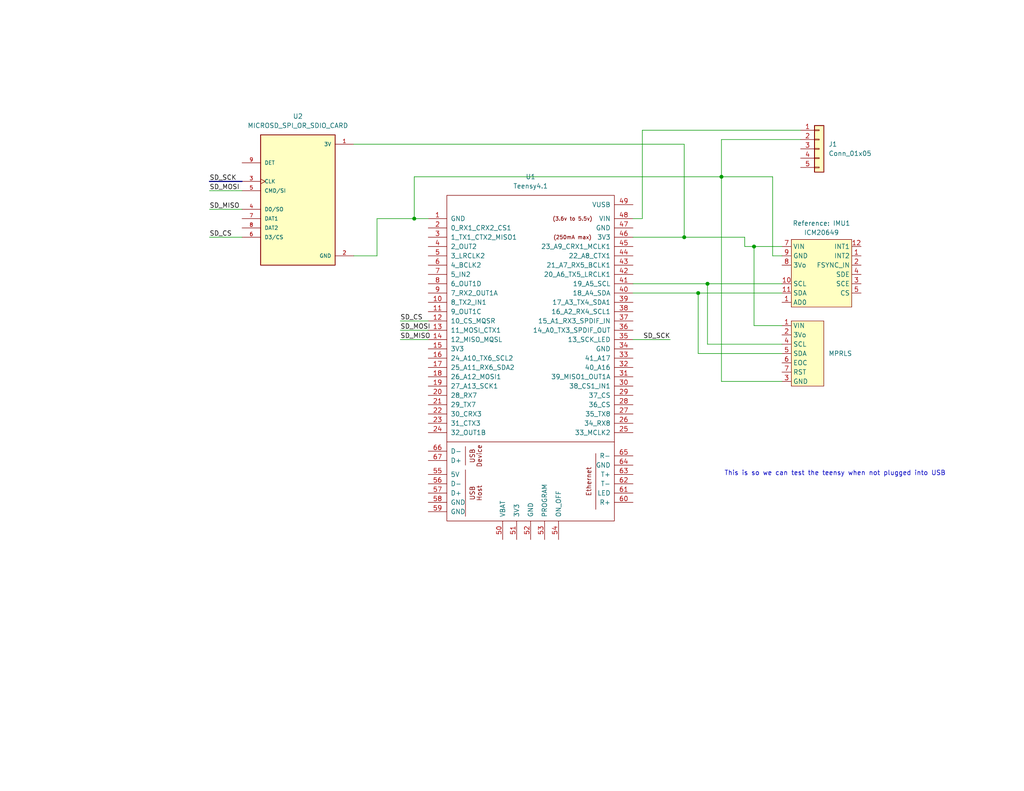
<source format=kicad_sch>
(kicad_sch (version 20250114) (generator "eeschema") (generator_version "9.0")
  (paper "USLetter")
  (title_block (title "PIMU Suite ") (date "2025-10-26") (rev "1") (company "COC RockSat 2026 Team") (comment 1 "Owen Higgins"))
  (lib_symbols
    (symbol "Connector_Generic:Conn_01x05" (pin_names (offset 1.016) (hide yes))
      (property "Reference" "J" (at 0 7.62 0))
      (property "Value" "Conn_01x05" (at 0 -7.62 0))
      (symbol "Conn_01x05_1_1"
        (rectangle (start -1.27 6.35) (end 1.27 -6.35) (stroke (width 0.254)) (fill (type background)))
        (rectangle (start -1.27 5.207) (end 0 4.953) (stroke (width 0.1524)))
        (rectangle (start -1.27 2.667) (end 0 2.413) (stroke (width 0.1524)))
        (rectangle (start -1.27 0.127) (end 0 -0.127) (stroke (width 0.1524)))
        (rectangle (start -1.27 -2.413) (end 0 -2.667) (stroke (width 0.1524)))
        (rectangle (start -1.27 -4.953) (end 0 -5.207) (stroke (width 0.1524)))
        (pin passive line (at -5.08 5.08 0) (length 3.81) (name "Pin_1") (number "1"))
        (pin passive line (at -5.08 2.54 0) (length 3.81) (name "Pin_2") (number "2"))
        (pin passive line (at -5.08 0 0) (length 3.81) (name "Pin_3") (number "3"))
        (pin passive line (at -5.08 -2.54 0) (length 3.81) (name "Pin_4") (number "4"))
        (pin passive line (at -5.08 -5.08 0) (length 3.81) (name "Pin_5") (number "5"))
      )
    )
    (symbol "RSX:ICM20649_Breakout"
      (property "Reference" "IMU" (at 0.762 12.446 0) (show_name))
      (property "Value" "ICM20649" (at 1.016 14.986 0))
      (symbol "ICM20649_Breakout_0_1"
        (rectangle (start -7.62 10.795) (end 8.89 -7.62) (fill (type background)))
      )
      (symbol "ICM20649_Breakout_1_1"
        (pin power_in line (at -10.16 8.89 0) (length 2.54) (name "VIN") (number "7"))
        (pin power_out line (at -10.16 6.35 0) (length 2.54) (name "GND") (number "9"))
        (pin power_out line (at -10.16 3.81 0) (length 2.54) (name "3Vo") (number "8"))
        (pin input line (at -10.16 -1.27 0) (length 2.54) (name "SCL") (number "10"))
        (pin bidirectional line (at -10.16 -3.81 0) (length 2.54) (name "SDA") (number "11"))
        (pin input line (at -10.16 -6.35 0) (length 2.54) (name "AD0") (number "1"))
        (pin output line (at 11.43 8.89 180) (length 2.54) (name "INT1") (number "12"))
        (pin output line (at 11.43 6.35 180) (length 2.54) (name "INT2") (number "1"))
        (pin input line (at 11.43 3.81 180) (length 2.54) (name "FSYNC_IN") (number "2"))
        (pin bidirectional line (at 11.43 1.27 180) (length 2.54) (name "SDE") (number "4"))
        (pin bidirectional line (at 11.43 -1.27 180) (length 2.54) (name "SCE") (number "3"))
        (pin input line (at 11.43 -3.81 180) (length 2.54) (name "CS") (number "5"))
      )
    )
    (symbol "RSX:MICROSD_SPI_OR_SDIO_CARD" (pin_names (offset 1.016))
      (property "Reference" "U" (at -10.16 18.542 0))
      (property "Value" "MICROSD_SPI_OR_SDIO_CARD" (at -10.16 -20.32 0))
      (symbol "MICROSD_SPI_OR_SDIO_CARD_0_0"
        (rectangle (start -10.16 17.78) (end 10.16 -17.78) (stroke (width 0.254)) (fill (type background)))
        (pin input line (at -15.24 10.16 0) (length 5.08) (name "DET") (number "9"))
        (pin input clock (at -15.24 5.08 0) (length 5.08) (name "CLK") (number "3"))
        (pin bidirectional line (at -15.24 2.54 0) (length 5.08) (name "CMD/SI") (number "5"))
        (pin bidirectional line (at -15.24 -2.54 0) (length 5.08) (name "D0/SO") (number "4"))
        (pin bidirectional line (at -15.24 -5.08 0) (length 5.08) (name "DAT1") (number "7"))
        (pin bidirectional line (at -15.24 -7.62 0) (length 5.08) (name "DAT2") (number "8"))
        (pin bidirectional line (at -15.24 -10.16 0) (length 5.08) (name "D3/CS") (number "6"))
        (pin power_in line (at 15.24 15.24 180) (length 5.08) (name "3V") (number "1"))
        (pin power_in line (at 15.24 -15.24 180) (length 5.08) (name "GND") (number "2"))
      )
    )
    (symbol "RSX:MPRLS_Pressure"
      (property "Value" "MPRLS" (at 0.508 10.414 0))
      (symbol "MPRLS_Pressure_0_1"
        (rectangle (start -3.81 8.89) (end 5.08 -8.89) (fill (type background)))
      )
      (symbol "MPRLS_Pressure_1_1"
        (pin power_in line (at -6.35 7.62 0) (length 2.54) (name "VIN") (number "1"))
        (pin power_out line (at -6.35 5.08 0) (length 2.54) (name "3Vo") (number "2"))
        (pin input line (at -6.35 2.54 0) (length 2.54) (name "SCL") (number "4"))
        (pin bidirectional line (at -6.35 0 0) (length 2.54) (name "SDA") (number "5"))
        (pin unspecified line (at -6.35 -2.54 0) (length 2.54) (name "EOC") (number "6"))
        (pin unspecified line (at -6.35 -5.08 0) (length 2.54) (name "RST") (number "7"))
        (pin power_in line (at -6.35 -7.62 0) (length 2.54) (name "GND") (number "3"))
      )
    )
    (symbol "teensy:Teensy4.1" (pin_names (offset 1.016))
      (property "Reference" "U" (at 0 64.77 0))
      (property "Value" "Teensy4.1" (at 0 62.23 0))
      (symbol "Teensy4.1_0_0"
        (polyline (pts (xy -22.86 -6.35) (xy 22.86 -6.35)))
        (polyline (pts (xy -17.78 -7.62) (xy -17.78 -12.7)))
        (polyline (pts (xy -17.78 -26.67) (xy -17.78 -13.97)))
        (polyline (pts (xy 17.78 -9.525) (xy 17.78 -24.765)))
        (text "USB" (at -15.875 -10.16 900) (effects (font (size 1.27 1.27))))
        (text "USB" (at -15.875 -20.32 900) (effects (font (size 1.27 1.27))))
        (text "Device" (at -13.97 -10.16 900) (effects (font (size 1.27 1.27))))
        (text "Host" (at -13.97 -20.32 900) (effects (font (size 1.27 1.27))))
        (text "(3.6v to 5.5v)" (at 11.43 54.61 0) (effects (font (size 1.016 1.016))))
        (text "(250mA max)" (at 11.43 49.53 0) (effects (font (size 1.016 1.016))))
        (text "Ethernet" (at 15.875 -17.145 900) (effects (font (size 1.27 1.27))))
        (pin bidirectional line (at -27.94 44.45 0) (length 5.08) (name "3_LRCLK2") (number "5"))
        (pin bidirectional line (at -27.94 41.91 0) (length 5.08) (name "4_BCLK2") (number "6"))
        (pin bidirectional line (at -27.94 39.37 0) (length 5.08) (name "5_IN2") (number "7"))
        (pin bidirectional line (at -27.94 36.83 0) (length 5.08) (name "6_OUT1D") (number "8"))
        (pin bidirectional line (at -27.94 34.29 0) (length 5.08) (name "7_RX2_OUT1A") (number "9"))
        (pin bidirectional line (at -27.94 31.75 0) (length 5.08) (name "8_TX2_IN1") (number "10"))
        (pin bidirectional line (at -27.94 29.21 0) (length 5.08) (name "9_OUT1C") (number "11"))
        (pin bidirectional line (at -27.94 26.67 0) (length 5.08) (name "10_CS_MQSR") (number "12"))
        (pin bidirectional line (at -27.94 24.13 0) (length 5.08) (name "11_MOSI_CTX1") (number "13"))
        (pin bidirectional line (at -27.94 21.59 0) (length 5.08) (name "12_MISO_MQSL") (number "14"))
        (pin power_in line (at -27.94 19.05 0) (length 5.08) (name "3V3") (number "15"))
        (pin bidirectional line (at -27.94 16.51 0) (length 5.08) (name "24_A10_TX6_SCL2") (number "16"))
        (pin bidirectional line (at -27.94 13.97 0) (length 5.08) (name "25_A11_RX6_SDA2") (number "17"))
        (pin bidirectional line (at -27.94 11.43 0) (length 5.08) (name "26_A12_MOSI1") (number "18"))
        (pin bidirectional line (at -27.94 8.89 0) (length 5.08) (name "27_A13_SCK1") (number "19"))
        (pin bidirectional line (at -27.94 6.35 0) (length 5.08) (name "28_RX7") (number "20"))
        (pin bidirectional line (at -27.94 3.81 0) (length 5.08) (name "29_TX7") (number "21"))
        (pin bidirectional line (at -27.94 1.27 0) (length 5.08) (name "30_CRX3") (number "22"))
        (pin bidirectional line (at -27.94 -1.27 0) (length 5.08) (name "31_CTX3") (number "23"))
        (pin bidirectional line (at -27.94 -3.81 0) (length 5.08) (name "32_OUT1B") (number "24"))
        (pin bidirectional line (at -27.94 -8.89 0) (length 5.08) (name "D-") (number "66"))
        (pin bidirectional line (at -27.94 -11.43 0) (length 5.08) (name "D+") (number "67"))
        (pin power_out line (at -27.94 -15.24 0) (length 5.08) (name "5V") (number "55"))
        (pin bidirectional line (at -27.94 -17.78 0) (length 5.08) (name "D-") (number "56"))
        (pin bidirectional line (at -27.94 -20.32 0) (length 5.08) (name "D+") (number "57"))
        (pin power_in line (at -27.94 -22.86 0) (length 5.08) (name "GND") (number "58"))
        (pin power_in line (at -27.94 -25.4 0) (length 5.08) (name "GND") (number "59"))
        (pin power_in line (at -7.62 -33.02 90) (length 5.08) (name "VBAT") (number "50"))
        (pin power_in line (at -3.81 -33.02 90) (length 5.08) (name "3V3") (number "51"))
        (pin input line (at 0 -33.02 90) (length 5.08) (name "GND") (number "52"))
        (pin input line (at 3.81 -33.02 90) (length 5.08) (name "PROGRAM") (number "53"))
        (pin input line (at 7.62 -33.02 90) (length 5.08) (name "ON_OFF") (number "54"))
        (pin power_out line (at 27.94 58.42 180) (length 5.08) (name "VUSB") (number "49"))
        (pin power_in line (at 27.94 54.61 180) (length 5.08) (name "VIN") (number "48"))
        (pin output line (at 27.94 52.07 180) (length 5.08) (name "GND") (number "47"))
        (pin output line (at 27.94 49.53 180) (length 5.08) (name "3V3") (number "46"))
        (pin bidirectional line (at 27.94 46.99 180) (length 5.08) (name "23_A9_CRX1_MCLK1") (number "45"))
        (pin bidirectional line (at 27.94 44.45 180) (length 5.08) (name "22_A8_CTX1") (number "44"))
        (pin bidirectional line (at 27.94 41.91 180) (length 5.08) (name "21_A7_RX5_BCLK1") (number "43"))
        (pin bidirectional line (at 27.94 39.37 180) (length 5.08) (name "20_A6_TX5_LRCLK1") (number "42"))
        (pin bidirectional line (at 27.94 36.83 180) (length 5.08) (name "19_A5_SCL") (number "41"))
        (pin bidirectional line (at 27.94 34.29 180) (length 5.08) (name "18_A4_SDA") (number "40"))
        (pin bidirectional line (at 27.94 31.75 180) (length 5.08) (name "17_A3_TX4_SDA1") (number "39"))
        (pin bidirectional line (at 27.94 29.21 180) (length 5.08) (name "16_A2_RX4_SCL1") (number "38"))
        (pin bidirectional line (at 27.94 26.67 180) (length 5.08) (name "15_A1_RX3_SPDIF_IN") (number "37"))
        (pin bidirectional line (at 27.94 24.13 180) (length 5.08) (name "14_A0_TX3_SPDIF_OUT") (number "36"))
        (pin bidirectional line (at 27.94 21.59 180) (length 5.08) (name "13_SCK_LED") (number "35"))
        (pin bidirectional line (at 27.94 16.51 180) (length 5.08) (name "41_A17") (number "33"))
        (pin bidirectional line (at 27.94 13.97 180) (length 5.08) (name "40_A16") (number "32"))
        (pin bidirectional line (at 27.94 11.43 180) (length 5.08) (name "39_MISO1_OUT1A") (number "31"))
        (pin bidirectional line (at 27.94 8.89 180) (length 5.08) (name "38_CS1_IN1") (number "30"))
        (pin bidirectional line (at 27.94 6.35 180) (length 5.08) (name "37_CS") (number "29"))
        (pin bidirectional line (at 27.94 3.81 180) (length 5.08) (name "36_CS") (number "28"))
        (pin bidirectional line (at 27.94 1.27 180) (length 5.08) (name "35_TX8") (number "27"))
        (pin bidirectional line (at 27.94 -1.27 180) (length 5.08) (name "34_RX8") (number "26"))
        (pin bidirectional line (at 27.94 -3.81 180) (length 5.08) (name "33_MCLK2") (number "25"))
        (pin bidirectional line (at 27.94 -10.16 180) (length 5.08) (name "R-") (number "65"))
        (pin power_in line (at 27.94 -12.7 180) (length 5.08) (name "GND") (number "64"))
        (pin bidirectional line (at 27.94 -15.24 180) (length 5.08) (name "T+") (number "63"))
        (pin bidirectional line (at 27.94 -17.78 180) (length 5.08) (name "T-") (number "62"))
        (pin bidirectional line (at 27.94 -20.32 180) (length 5.08) (name "LED") (number "61"))
        (pin bidirectional line (at 27.94 -22.86 180) (length 5.08) (name "R+") (number "60"))
      )
      (symbol "Teensy4.1_0_1"
        (rectangle (start -22.86 60.96) (end 22.86 -27.94))
        (rectangle (start -20.32 -1.27) (end -20.32 -1.27))
      )
      (symbol "Teensy4.1_1_1"
        (pin power_in line (at -27.94 54.61 0) (length 5.08) (name "GND") (number "1"))
        (pin bidirectional line (at -27.94 52.07 0) (length 5.08) (name "0_RX1_CRX2_CS1") (number "2"))
        (pin bidirectional line (at -27.94 49.53 0) (length 5.08) (name "1_TX1_CTX2_MISO1") (number "3"))
        (pin bidirectional line (at -27.94 46.99 0) (length 5.08) (name "2_OUT2") (number "4"))
        (pin power_in line (at 27.94 19.05 180) (length 5.08) (name "GND") (number "34"))
      )
    )
  )
  (text "This is so we can test the teensy when not plugged into USB" (at 227.838 129.286 0) (effects (font (size 1.27 1.27))))
  (junction (at 205.74 67.31))
  (junction (at 186.69 64.77))
  (junction (at 113.03 59.69))
  (junction (at 193.04 77.47))
  (junction (at 190.5 80.01))
  (junction (at 196.85 48.26))
  (wire (pts (xy 213.36 104.14) (xy 196.85 104.14)))
  (wire (pts (xy 203.2 67.31) (xy 203.2 64.77)))
  (wire (pts (xy 190.5 96.52) (xy 213.36 96.52)))
  (wire (pts (xy 196.85 104.14) (xy 196.85 48.26)))
  (wire (pts (xy 102.87 69.85) (xy 102.87 59.69)))
  (wire (pts (xy 218.44 35.56) (xy 175.26 35.56)))
  (wire (pts (xy 109.22 92.71) (xy 116.84 92.71)))
  (wire (pts (xy 196.85 38.1) (xy 196.85 48.26)))
  (wire (pts (xy 186.69 64.77) (xy 186.69 39.37)))
  (wire (pts (xy 213.36 67.31) (xy 205.74 67.31)))
  (wire (pts (xy 182.88 92.71) (xy 172.72 92.71)))
  (wire (pts (xy 96.52 69.85) (xy 102.87 69.85)))
  (wire (pts (xy 193.04 77.47) (xy 213.36 77.47)))
  (wire (pts (xy 186.69 39.37) (xy 96.52 39.37)))
  (wire (pts (xy 175.26 35.56) (xy 175.26 59.69)))
  (wire (pts (xy 218.44 38.1) (xy 196.85 38.1)))
  (wire (pts (xy 102.87 59.69) (xy 113.03 59.69)))
  (wire (pts (xy 113.03 48.26) (xy 113.03 59.69)))
  (wire (pts (xy 205.74 88.9) (xy 205.74 67.31)))
  (wire (pts (xy 175.26 59.69) (xy 172.72 59.69)))
  (wire (pts (xy 109.22 87.63) (xy 116.84 87.63)))
  (wire (pts (xy 210.82 48.26) (xy 210.82 69.85)))
  (wire (pts (xy 172.72 64.77) (xy 186.69 64.77)))
  (bus (pts (xy 57.15 49.53) (xy 66.04 49.53)))
  (wire (pts (xy 172.72 80.01) (xy 190.5 80.01)))
  (wire (pts (xy 172.72 77.47) (xy 193.04 77.47)))
  (wire (pts (xy 196.85 48.26) (xy 113.03 48.26)))
  (wire (pts (xy 113.03 59.69) (xy 116.84 59.69)))
  (wire (pts (xy 109.22 90.17) (xy 116.84 90.17)))
  (wire (pts (xy 210.82 69.85) (xy 213.36 69.85)))
  (wire (pts (xy 193.04 93.98) (xy 193.04 77.47)))
  (wire (pts (xy 57.15 57.15) (xy 66.04 57.15)))
  (wire (pts (xy 210.82 48.26) (xy 196.85 48.26)))
  (wire (pts (xy 213.36 88.9) (xy 205.74 88.9)))
  (wire (pts (xy 57.15 52.07) (xy 66.04 52.07)))
  (wire (pts (xy 205.74 67.31) (xy 203.2 67.31)))
  (wire (pts (xy 190.5 96.52) (xy 190.5 80.01)))
  (wire (pts (xy 193.04 93.98) (xy 213.36 93.98)))
  (wire (pts (xy 57.15 64.77) (xy 66.04 64.77)))
  (wire (pts (xy 190.5 80.01) (xy 213.36 80.01)))
  (wire (pts (xy 203.2 64.77) (xy 186.69 64.77)))
  (label "SD_CS" (at 109.22 87.63 0))
  (label "SD_MISO" (at 109.22 92.71 0))
  (label "SD_MOSI" (at 57.15 52.07 0))
  (label "SD_MOSI" (at 109.22 90.17 0))
  (label "SD_CS" (at 57.15 64.77 0))
  (label "SD_MISO" (at 57.15 57.15 0))
  (label "SD_SCK" (at 57.15 49.53 0))
  (label "SD_SCK" (at 182.88 92.71 180))
  (symbol (lib_id "RSX:MPRLS_Pressure") (at 219.71 96.52 0) (unit 1)
    (property "Reference" "PRESSURE1" (effects (hide yes)))
    (property "Value" "MPRLS" (at 226.06 96.5199 0) (effects (justify left)))
    (property "Footprint" "RSX:MPRLS_Pressure" (effects (hide yes)))
  )
  (symbol (lib_id "RSX:ICM20649_Breakout") (at 223.52 76.2 0) (unit 1)
    (property "Reference" "IMU1" (at 224.155 60.96 0) (show_name yes))
    (property "Value" "ICM20649" (at 224.155 63.5 0))
    (property "Footprint" "RSX:IMU" (effects (hide yes)))
  )
  (symbol (lib_id "teensy:Teensy4.1") (at 144.78 114.3 0) (unit 1)
    (property "Reference" "U1" (at 144.78 48.26 0))
    (property "Value" "Teensy4.1" (at 144.78 50.8 0))
    (property "Footprint" "teensy.pretty-master:Teensy41" (effects (hide yes)))
  )
  (symbol (lib_id "Connector_Generic:Conn_01x05") (at 223.52 40.64 0) (unit 1)
    (property "Reference" "J1" (at 226.06 39.3699 0) (effects (justify left)))
    (property "Value" "Conn_01x05" (at 226.06 41.9099 0) (effects (justify left)))
    (property "Footprint" "Connector_PinHeader_1.00mm:PinHeader_1x05_P1.00mm_Vertical" (effects (hide yes)))
    (property "Description" "Generic connector, single row, 01x05, script generated (kicad-library-utils/schlib/autogen/connector/)" (effects (hide yes)))
  )
  (symbol (lib_id "RSX:MICROSD_SPI_OR_SDIO_CARD") (at 81.28 54.61 0) (unit 1)
    (property "Reference" "U2" (at 81.28 31.75 0))
    (property "Value" "MICROSD_SPI_OR_SDIO_CARD" (at 81.28 34.29 0))
    (property "Footprint" "RSX:MODULE_MICROSD_SPI_OR_SDIO_CARD" (effects (hide yes)))
    (property "MF" "Adafruit Industries" (effects (hide yes)))
    (property "Description_1" "Memory Card Connectors Raspberry pi microSD card adapter" (effects (hide yes)))
    (property "Package" "Package" (effects (hide yes)))
    (property "Price" "None" (effects (hide yes)))
    (property "Check_prices" "https://www.snapeda.com/parts/MicroSD%20SPI%20or%20SDIO%20Card/Adafruit+Industries/view-part/?ref=eda" (effects (hide yes)))
    (property "STANDARD" "Manufacturer Recommendations" (effects (hide yes)))
    (property "PARTREV" "B" (effects (hide yes)))
    (property "SnapEDA_Link" "https://www.snapeda.com/parts/MicroSD%20SPI%20or%20SDIO%20Card/Adafruit+Industries/view-part/?ref=snap" (effects (hide yes)))
    (property "MP" "MicroSD SPI or SDIO Card" (effects (hide yes)))
    (property "Availability" "Not in stock" (effects (hide yes)))
    (property "MANUFACTURER" "Adafruit Industries" (effects (hide yes)))
  )
)
</source>
